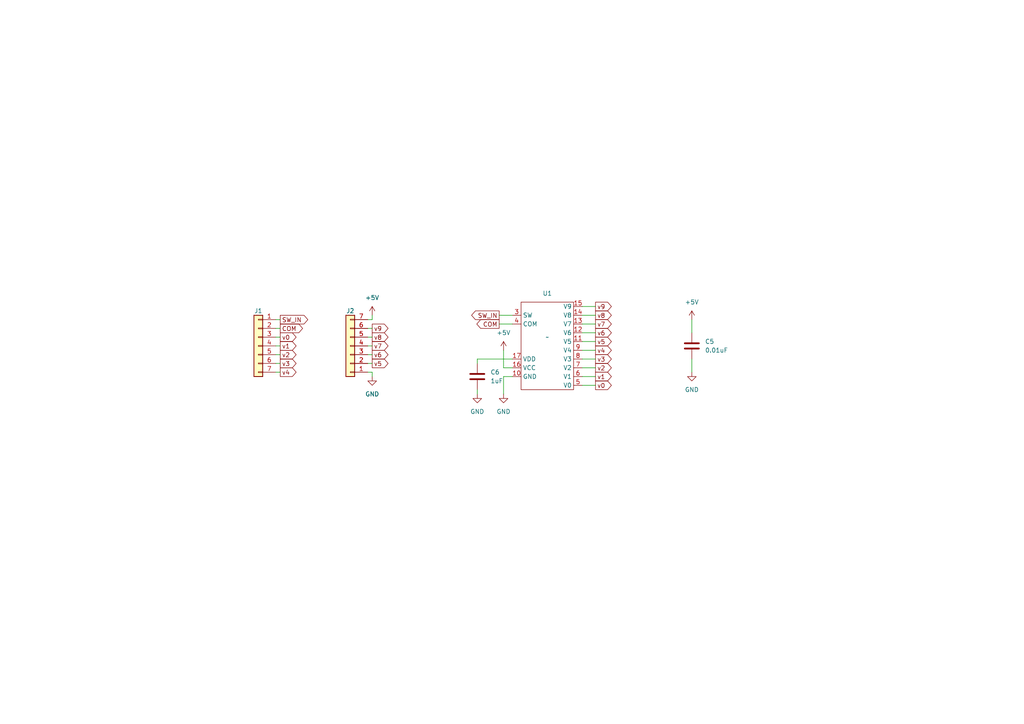
<source format=kicad_sch>
(kicad_sch (version 20230121) (generator eeschema)
  (paper "A4")
  (title_block (title "CGB-REG Replacement Circuit"))
  (lib_symbols
    (symbol "Connector_Generic:Conn_01x07" (pin_names (offset 1.016) hide)
      (property "Reference" "J" (at 0 10.16 0))
      (property "Value" "Conn_01x07" (at 0 -10.16 0))
      (symbol "Conn_01x07_1_1"
        (rectangle (start -1.27 -7.493) (end 0 -7.747) (stroke (width 0.1524)))
        (rectangle (start -1.27 -4.953) (end 0 -5.207) (stroke (width 0.1524)))
        (rectangle (start -1.27 -2.413) (end 0 -2.667) (stroke (width 0.1524)))
        (rectangle (start -1.27 0.127) (end 0 -0.127) (stroke (width 0.1524)))
        (rectangle (start -1.27 2.667) (end 0 2.413) (stroke (width 0.1524)))
        (rectangle (start -1.27 5.207) (end 0 4.953) (stroke (width 0.1524)))
        (rectangle (start -1.27 7.747) (end 0 7.493) (stroke (width 0.1524)))
        (rectangle (start -1.27 8.89) (end 1.27 -8.89) (stroke (width 0.254)) (fill (type background)))
        (pin passive line (at -5.08 7.62 0) (length 3.81) (name "Pin_1") (number "1"))
        (pin passive line (at -5.08 5.08 0) (length 3.81) (name "Pin_2") (number "2"))
        (pin passive line (at -5.08 2.54 0) (length 3.81) (name "Pin_3") (number "3"))
        (pin passive line (at -5.08 0 0) (length 3.81) (name "Pin_4") (number "4"))
        (pin passive line (at -5.08 -2.54 0) (length 3.81) (name "Pin_5") (number "5"))
        (pin passive line (at -5.08 -5.08 0) (length 3.81) (name "Pin_6") (number "6"))
        (pin passive line (at -5.08 -7.62 0) (length 3.81) (name "Pin_7") (number "7"))
      )
    )
    (symbol "Device:C" (pin_numbers hide) (pin_names (offset 0.254))
      (property "Reference" "C" (at 0.635 2.54 0))
      (property "Value" "C" (at 0.635 -2.54 0))
      (symbol "C_0_1"
        (polyline (pts (xy -2.032 -0.762) (xy 2.032 -0.762)) (stroke (width 0.508)))
        (polyline (pts (xy -2.032 0.762) (xy 2.032 0.762)) (stroke (width 0.508)))
      )
      (symbol "C_1_1"
        (pin passive line (at 0 3.81 270) (length 2.794) (name "~") (number "1"))
        (pin passive line (at 0 -3.81 90) (length 2.794) (name "~") (number "2"))
      )
    )
    (symbol "cgb-reg-breakout:cgb-reg"
      (property "Reference" "U" (at 0 -13.97 0))
      (symbol "cgb-reg_0_1"
        (rectangle (start -7.62 -12.7) (end 7.62 12.7))
      )
      (symbol "cgb-reg_1_1"
        (pin input line (at -10.16 -8.89 0) (length 2.54) (name "GND") (number "10"))
        (pin output line (at 10.16 1.27 180) (length 2.54) (name "V5") (number "11"))
        (pin output line (at 10.16 3.81 180) (length 2.54) (name "V6") (number "12"))
        (pin output line (at 10.16 6.35 180) (length 2.54) (name "V7") (number "13"))
        (pin output line (at 10.16 8.89 180) (length 2.54) (name "V8") (number "14"))
        (pin output line (at 10.16 11.43 180) (length 2.54) (name "V9") (number "15"))
        (pin input line (at -10.16 -6.35 0) (length 2.54) (name "VCC") (number "16"))
        (pin input line (at -10.16 -3.81 0) (length 2.54) (name "VDD") (number "17"))
        (pin input line (at -10.16 8.89 0) (length 2.54) (name "SW") (number "3"))
        (pin output line (at -10.16 6.35 0) (length 2.54) (name "COM") (number "4"))
        (pin output line (at 10.16 -11.43 180) (length 2.54) (name "V0") (number "5"))
        (pin output line (at 10.16 -8.89 180) (length 2.54) (name "V1") (number "6"))
        (pin output line (at 10.16 -6.35 180) (length 2.54) (name "V2") (number "7"))
        (pin output line (at 10.16 -3.81 180) (length 2.54) (name "V3") (number "8"))
        (pin output line (at 10.16 -1.27 180) (length 2.54) (name "V4") (number "9"))
      )
    )
    (symbol "power:+5V" (power) (pin_names (offset 0))
      (property "Value" "+5V" (at 0 3.556 0))
      (symbol "+5V_0_1"
        (polyline (pts (xy -0.762 1.27) (xy 0 2.54)))
        (polyline (pts (xy 0 0) (xy 0 2.54)))
        (polyline (pts (xy 0 2.54) (xy 0.762 1.27)))
      )
      (symbol "+5V_1_1"
        (pin power_in line (at 0 0 90) (length 0) hide (name "+5V") (number "1"))
      )
    )
    (symbol "power:GND" (power) (pin_names (offset 0))
      (property "Value" "GND" (at 0 -3.81 0))
      (symbol "GND_0_1"
        (polyline (pts (xy 0 0) (xy 0 -1.27) (xy 1.27 -1.27) (xy 0 -2.54) (xy -1.27 -1.27) (xy 0 -1.27)))
      )
      (symbol "GND_1_1"
        (pin power_in line (at 0 0 270) (length 0) hide (name "GND") (number "1"))
      )
    )
  )
  (wire (pts (xy 168.91 109.22) (xy 172.72 109.22)))
  (wire (pts (xy 107.95 107.95) (xy 106.68 107.95)))
  (wire (pts (xy 106.68 100.33) (xy 107.95 100.33)))
  (wire (pts (xy 148.59 106.68) (xy 146.05 106.68)))
  (wire (pts (xy 81.28 95.25) (xy 80.01 95.25)))
  (wire (pts (xy 81.28 105.41) (xy 80.01 105.41)))
  (wire (pts (xy 168.91 96.52) (xy 172.72 96.52)))
  (wire (pts (xy 106.68 105.41) (xy 107.95 105.41)))
  (wire (pts (xy 168.91 93.98) (xy 172.72 93.98)))
  (wire (pts (xy 81.28 102.87) (xy 80.01 102.87)))
  (wire (pts (xy 168.91 88.9) (xy 172.72 88.9)))
  (wire (pts (xy 138.43 104.14) (xy 148.59 104.14)))
  (wire (pts (xy 144.78 93.98) (xy 148.59 93.98)))
  (wire (pts (xy 168.91 111.76) (xy 172.72 111.76)))
  (wire (pts (xy 146.05 106.68) (xy 146.05 101.6)))
  (wire (pts (xy 148.59 109.22) (xy 146.05 109.22)))
  (wire (pts (xy 81.28 100.33) (xy 80.01 100.33)))
  (wire (pts (xy 81.28 92.71) (xy 80.01 92.71)))
  (wire (pts (xy 106.68 97.79) (xy 107.95 97.79)))
  (wire (pts (xy 138.43 105.41) (xy 138.43 104.14)))
  (wire (pts (xy 106.68 102.87) (xy 107.95 102.87)))
  (wire (pts (xy 107.95 92.71) (xy 107.95 91.44)))
  (wire (pts (xy 146.05 109.22) (xy 146.05 114.3)))
  (wire (pts (xy 200.66 104.14) (xy 200.66 107.95)))
  (wire (pts (xy 200.66 92.71) (xy 200.66 96.52)))
  (wire (pts (xy 144.78 91.44) (xy 148.59 91.44)))
  (wire (pts (xy 168.91 101.6) (xy 172.72 101.6)))
  (wire (pts (xy 106.68 92.71) (xy 107.95 92.71)))
  (wire (pts (xy 138.43 113.03) (xy 138.43 114.3)))
  (wire (pts (xy 106.68 95.25) (xy 107.95 95.25)))
  (wire (pts (xy 81.28 97.79) (xy 80.01 97.79)))
  (wire (pts (xy 81.28 107.95) (xy 80.01 107.95)))
  (wire (pts (xy 107.95 107.95) (xy 107.95 109.22)))
  (wire (pts (xy 168.91 91.44) (xy 172.72 91.44)))
  (wire (pts (xy 168.91 104.14) (xy 172.72 104.14)))
  (wire (pts (xy 168.91 99.06) (xy 172.72 99.06)))
  (wire (pts (xy 168.91 106.68) (xy 172.72 106.68)))
  (global_label "v6" (shape output) (at 172.72 96.52 0) (property "Intersheetrefs" "${INTERSHEET_REFS}" (effects hide)))
  (global_label "v4" (shape output) (at 172.72 101.6 0) (property "Intersheetrefs" "${INTERSHEET_REFS}" (effects hide)))
  (global_label "v6" (shape output) (at 107.95 102.87 0) (property "Intersheetrefs" "${INTERSHEET_REFS}" (effects hide)))
  (global_label "v9" (shape output) (at 172.72 88.9 0) (property "Intersheetrefs" "${INTERSHEET_REFS}" (effects hide)))
  (global_label "v9" (shape output) (at 107.95 95.25 0) (property "Intersheetrefs" "${INTERSHEET_REFS}" (effects hide)))
  (global_label "v2" (shape output) (at 172.72 106.68 0) (property "Intersheetrefs" "${INTERSHEET_REFS}" (effects hide)))
  (global_label "SW_IN" (shape output) (at 144.78 91.44 180) (property "Intersheetrefs" "${INTERSHEET_REFS}" (effects hide)))
  (global_label "v3" (shape output) (at 172.72 104.14 0) (property "Intersheetrefs" "${INTERSHEET_REFS}" (effects hide)))
  (global_label "v3" (shape output) (at 81.28 105.41 0) (property "Intersheetrefs" "${INTERSHEET_REFS}" (effects hide)))
  (global_label "v0" (shape output) (at 81.28 97.79 0) (property "Intersheetrefs" "${INTERSHEET_REFS}" (effects hide)))
  (global_label "v8" (shape output) (at 107.95 97.79 0) (property "Intersheetrefs" "${INTERSHEET_REFS}" (effects hide)))
  (global_label "SW_IN" (shape output) (at 81.28 92.71 0) (property "Intersheetrefs" "${INTERSHEET_REFS}" (effects hide)))
  (global_label "v5" (shape output) (at 172.72 99.06 0) (property "Intersheetrefs" "${INTERSHEET_REFS}" (effects hide)))
  (global_label "v4" (shape output) (at 81.28 107.95 0) (property "Intersheetrefs" "${INTERSHEET_REFS}" (effects hide)))
  (global_label "v5" (shape output) (at 107.95 105.41 0) (property "Intersheetrefs" "${INTERSHEET_REFS}" (effects hide)))
  (global_label "COM" (shape output) (at 81.28 95.25 0) (property "Intersheetrefs" "${INTERSHEET_REFS}" (effects hide)))
  (global_label "v8" (shape output) (at 172.72 91.44 0) (property "Intersheetrefs" "${INTERSHEET_REFS}" (effects hide)))
  (global_label "v2" (shape output) (at 81.28 102.87 0) (property "Intersheetrefs" "${INTERSHEET_REFS}" (effects hide)))
  (global_label "v1" (shape output) (at 172.72 109.22 0) (property "Intersheetrefs" "${INTERSHEET_REFS}" (effects hide)))
  (global_label "v7" (shape output) (at 172.72 93.98 0) (property "Intersheetrefs" "${INTERSHEET_REFS}" (effects hide)))
  (global_label "v0" (shape output) (at 172.72 111.76 0) (property "Intersheetrefs" "${INTERSHEET_REFS}" (effects hide)))
  (global_label "v1" (shape output) (at 81.28 100.33 0) (property "Intersheetrefs" "${INTERSHEET_REFS}" (effects hide)))
  (global_label "v7" (shape output) (at 107.95 100.33 0) (property "Intersheetrefs" "${INTERSHEET_REFS}" (effects hide)))
  (global_label "COM" (shape output) (at 144.78 93.98 180) (property "Intersheetrefs" "${INTERSHEET_REFS}" (effects hide)))
  (symbol (lib_id "cgb-reg-breakout:cgb-reg") (at 158.75 100.33 0) (unit 1)
    (property "Reference" "U1" (at 158.75 85.09 0))
    (property "Value" "~" (at 158.75 97.79 0))
    (property "Footprint" "cgb-reg-breakout:CGB-REG" (effects hide))
  )
  (symbol (lib_id "Device:C") (at 138.43 109.22 0) (unit 1)
    (property "Reference" "C6" (at 142.24 107.95 0) (effects (justify left)))
    (property "Value" "1uF" (at 142.24 110.49 0) (effects (justify left)))
    (property "Footprint" "Capacitor_SMD:C_0603_1608Metric" (effects hide))
    (property "LCSC" "C89376" (effects hide))
  )
  (symbol (lib_id "power:GND") (at 138.43 114.3 0) (unit 1)
    (property "Reference" "#PWR03" (effects hide))
    (property "Value" "GND" (at 138.43 119.38 0))
  )
  (symbol (lib_id "Connector_Generic:Conn_01x07") (at 74.93 100.33 0) (mirror y) (unit 1) (in_bom no)
    (property "Reference" "J1" (at 74.93 90.17 0))
    (property "Value" "Conn_01x07" (effects hide))
    (property "Footprint" "Connector_PinHeader_2.54mm:PinHeader_1x07_P2.54mm_Vertical" (effects hide))
  )
  (symbol (lib_id "power:+5V") (at 107.95 91.44 0) (unit 1)
    (property "Reference" "#PWR029" (effects hide))
    (property "Value" "+5V" (at 107.95 86.36 0))
  )
  (symbol (lib_id "power:GND") (at 146.05 114.3 0) (unit 1)
    (property "Reference" "#PWR01" (effects hide))
    (property "Value" "GND" (at 146.05 119.38 0))
  )
  (symbol (lib_id "Device:C") (at 200.66 100.33 0) (unit 1)
    (property "Reference" "C5" (at 204.47 99.06 0) (effects (justify left)))
    (property "Value" "0.01uF" (at 204.47 101.6 0) (effects (justify left)))
    (property "Footprint" "Capacitor_SMD:C_0603_1608Metric" (effects hide))
  )
  (symbol (lib_id "Connector_Generic:Conn_01x07") (at 101.6 100.33 180) (unit 1) (in_bom no)
    (property "Reference" "J2" (at 101.6 90.17 0))
    (property "Value" "Conn_01x07" (effects hide))
    (property "Footprint" "Connector_PinHeader_2.54mm:PinHeader_1x07_P2.54mm_Vertical" (effects hide))
  )
  (symbol (lib_id "power:GND") (at 200.66 107.95 0) (unit 1)
    (property "Reference" "#PWR04" (effects hide))
    (property "Value" "GND" (at 200.66 113.03 0))
  )
  (symbol (lib_id "power:GND") (at 107.95 109.22 0) (unit 1)
    (property "Reference" "#PWR028" (effects hide))
    (property "Value" "GND" (at 107.95 114.3 0))
  )
  (symbol (lib_id "power:+5V") (at 200.66 92.71 0) (unit 1)
    (property "Reference" "#PWR05" (effects hide))
    (property "Value" "+5V" (at 200.66 87.63 0))
  )
  (symbol (lib_id "power:+5V") (at 146.05 101.6 0) (unit 1)
    (property "Reference" "#PWR02" (effects hide))
    (property "Value" "+5V" (at 146.05 96.52 0))
  )
)
</source>
